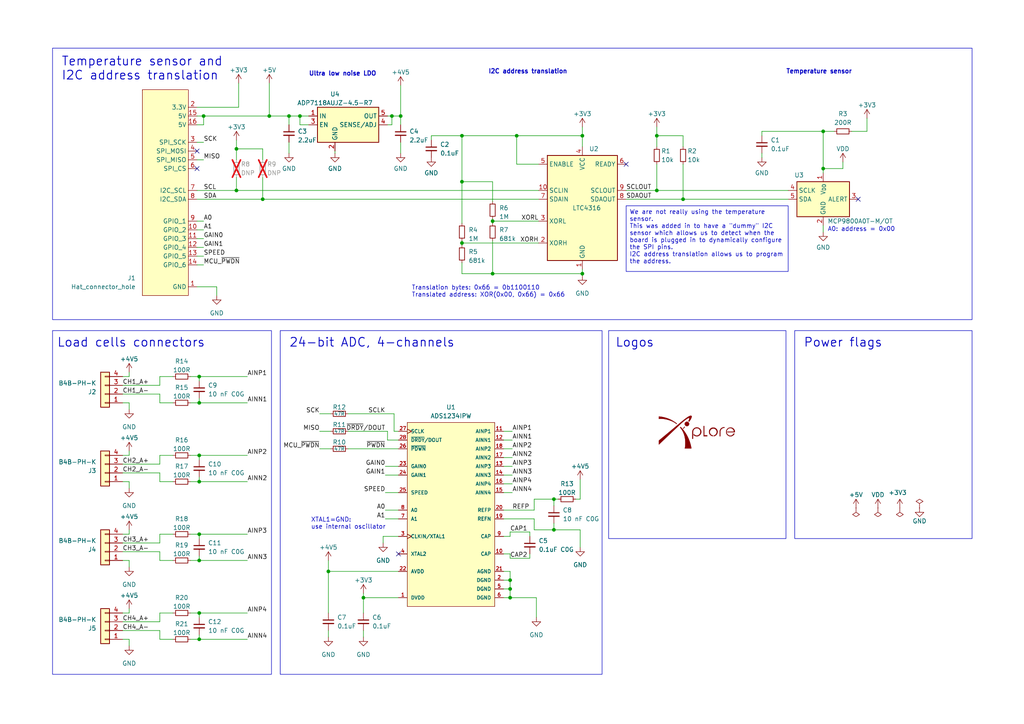
<source format=kicad_sch>
(kicad_sch (version 20230121) (generator eeschema)
  (paper "A4")
  (title_block (title "ADS1234 4-channel Load Cell Hat") (date "2023-07-15") (rev "2") (company "EPFL Xplore") (comment 4 "Author: Vincent Nguyen"))
  (lib_symbols
    (symbol "0_adc:ADS1234IPW" (pin_names (offset 1.016))
      (property "Reference" "U" (at 0 5.08 0))
      (property "Value" "ADS1234IPW" (at 0 7.62 0))
      (symbol "ADS1234IPW_1_1"
        (pin power_in line (at 2.54 -48.26 0) (length 2.54) (name "DVDD") (number "1"))
        (pin passive line (at 33.02 -35.56 180) (length 2.54) (name "CAP") (number "10"))
        (pin input line (at 33.02 0 180) (length 2.54) (name "AINP1") (number "11"))
        (pin input line (at 33.02 -2.54 180) (length 2.54) (name "AINN1") (number "12"))
        (pin input line (at 33.02 -10.16 180) (length 2.54) (name "AINP3") (number "13"))
        (pin input line (at 33.02 -12.7 180) (length 2.54) (name "AINN3") (number "14"))
        (pin input line (at 33.02 -17.78 180) (length 2.54) (name "AINN4") (number "15"))
        (pin input line (at 33.02 -15.24 180) (length 2.54) (name "AINP4") (number "16"))
        (pin input line (at 33.02 -7.62 180) (length 2.54) (name "AINN2") (number "17"))
        (pin input line (at 33.02 -5.08 180) (length 2.54) (name "AINP2") (number "18"))
        (pin input line (at 33.02 -25.4 180) (length 2.54) (name "REFN") (number "19"))
        (pin power_in line (at 33.02 -43.18 180) (length 2.54) (name "DGND") (number "2"))
        (pin input line (at 33.02 -22.86 180) (length 2.54) (name "REFP") (number "20"))
        (pin power_in line (at 33.02 -40.64 180) (length 2.54) (name "AGND") (number "21"))
        (pin power_in line (at 2.54 -40.64 0) (length 2.54) (name "AVDD") (number "22"))
        (pin input line (at 2.54 -10.16 0) (length 2.54) (name "GAIN0") (number "23"))
        (pin input line (at 2.54 -12.7 0) (length 2.54) (name "GAIN1") (number "24"))
        (pin input line (at 2.54 -17.78 0) (length 2.54) (name "SPEED") (number "25"))
        (pin input line (at 2.54 -5.08 0) (length 2.54) (name "~{PDWN}") (number "26"))
        (pin input clock (at 2.54 0 0) (length 2.54) (name "SCLK") (number "27"))
        (pin output line (at 2.54 -2.54 0) (length 2.54) (name "~{DRDY}/DOUT") (number "28"))
        (pin input clock (at 2.54 -30.48 0) (length 2.54) (name "CLKIN/XTAL1") (number "3"))
        (pin passive line (at 2.54 -35.56 0) (length 2.54) (name "XTAL2") (number "4"))
        (pin power_in line (at 33.02 -45.72 180) (length 2.54) (name "DGND") (number "5"))
        (pin power_in line (at 33.02 -48.26 180) (length 2.54) (name "DGND") (number "6"))
        (pin input line (at 2.54 -25.4 0) (length 2.54) (name "A1") (number "7"))
        (pin input line (at 2.54 -22.86 0) (length 2.54) (name "A0") (number "8"))
        (pin passive line (at 33.02 -30.48 180) (length 2.54) (name "CAP") (number "9"))
      )
    )
    (symbol "0_connectors:Hat_connector_hole"
      (property "Reference" "J" (at 0 0 0))
      (property "Value" "Hat_connector_hole" (at 0 0 0))
      (symbol "Hat_connector_hole_0_0"
        (pin power_in line (at -8.89 -22.86 0) (length 2.54) (name "GND") (number "1"))
        (pin bidirectional line (at -8.89 -6.35 0) (length 2.54) (name "GPIO_2") (number "10"))
        (pin bidirectional line (at -8.89 -8.89 0) (length 2.54) (name "GPIO_3") (number "11"))
        (pin bidirectional line (at -8.89 -11.43 0) (length 2.54) (name "GPIO_4") (number "12"))
        (pin bidirectional line (at -8.89 -13.97 0) (length 2.54) (name "GPIO_5") (number "13"))
        (pin bidirectional line (at -8.89 -16.51 0) (length 2.54) (name "GPIO_6") (number "14"))
        (pin power_in line (at -8.89 26.67 0) (length 2.54) (name "5V") (number "15"))
        (pin power_in line (at -8.89 24.13 0) (length 2.54) (name "5V") (number "16"))
        (pin power_in line (at -8.89 29.21 0) (length 2.54) (name "3.3V") (number "2"))
        (pin output line (at -8.89 19.05 0) (length 2.54) (name "SPI_SCK") (number "3"))
        (pin output line (at -8.89 16.51 0) (length 2.54) (name "SPI_MOSI") (number "4"))
        (pin input line (at -8.89 13.97 0) (length 2.54) (name "SPI_MISO") (number "5"))
        (pin output line (at -8.89 11.43 0) (length 2.54) (name "SPI_CS") (number "6"))
        (pin output line (at -8.89 5.08 0) (length 2.54) (name "I2C_SCL") (number "7"))
        (pin bidirectional line (at -8.89 2.54 0) (length 2.54) (name "I2C_SDA") (number "8"))
        (pin bidirectional line (at -8.89 -3.81 0) (length 2.54) (name "GPIO_1") (number "9"))
      )
    )
    (symbol "0_graphic:Xplore_Logo" (pin_numbers hide) (pin_names (offset 0) hide) (in_bom no))
    (symbol "0_interface_expansion:LTC4316"
      (property "Reference" "U" (at 1.27 0 0))
      (symbol "LTC4316_1_1"
        (pin power_in line (at 0 -17.78 90) (length 2.54) (name "GND") (number "1"))
        (pin input line (at -12.7 5.08 0) (length 2.54) (name "SCLIN") (number "10"))
        (pin input line (at -12.7 -10.16 0) (length 2.54) (name "XORH") (number "2"))
        (pin input line (at -12.7 -3.81 0) (length 2.54) (name "XORL") (number "3"))
        (pin power_in line (at 0 17.78 270) (length 2.54) (name "VCC") (number "4"))
        (pin input line (at -12.7 12.7 0) (length 2.54) (name "ENABLE") (number "5"))
        (pin open_collector line (at 12.7 12.7 180) (length 2.54) (name "READY") (number "6"))
        (pin bidirectional line (at -12.7 2.54 0) (length 2.54) (name "SDAIN") (number "7"))
        (pin bidirectional line (at 12.7 2.54 180) (length 2.54) (name "SDAOUT") (number "8"))
        (pin output line (at 12.7 5.08 180) (length 2.54) (name "SCLOUT") (number "9"))
      )
    )
    (symbol "0_power_symbols:+4V5" (power) (pin_numbers hide) (in_bom no) (on_board no)
      (property "Value" "+4V5" (at 0 3.81 0))
      (symbol "+4V5_1_1"
        (pin power_in line (at 0 0 90) (length 0) hide (name "+4V5") (number "1"))
      )
    )
    (symbol "0_regulator_linear:ADP7118AUJZ-4.5-R7"
      (property "Reference" "U" (at -4.445 6.35 0))
      (property "Value" "ADP7118AUJZ-4.5-R7" (at 0 8.255 0))
      (symbol "ADP7118AUJZ-4.5-R7_0_1"
        (pin power_in line (at -7.62 2.54 0) (length 2.54) (name "IN") (number "1"))
        (pin power_in line (at 0 -7.62 90) (length 2.54) (name "GND") (number "2"))
        (pin input line (at -7.62 0 0) (length 2.54) (name "EN") (number "3"))
        (pin power_out line (at 15.24 2.54 180) (length 2.54) (name "OUT") (number "5"))
      )
      (symbol "ADP7118AUJZ-4.5-R7_1_1"
        (pin input line (at 15.24 0 180) (length 2.54) (name "SENSE/ADJ") (number "4"))
      )
    )
    (symbol "0_sensor_temperature:MCP9800Ax-xOT"
      (property "Reference" "U" (at -6.35 6.35 0))
      (property "Value" "MCP9800Ax-xOT" (at 8.89 6.35 0))
      (symbol "MCP9800Ax-xOT_1_1"
        (pin power_in line (at 0 7.62 270) (length 2.54) (name "V_{DD}") (number "1"))
        (pin power_in line (at 0 -7.62 90) (length 2.54) (name "GND") (number "2"))
        (pin output line (at 10.16 0 180) (length 2.54) (name "ALERT") (number "3"))
        (pin input line (at -10.16 2.54 0) (length 2.54) (name "SCLK") (number "4"))
        (pin bidirectional line (at -10.16 0 0) (length 2.54) (name "SDA") (number "5"))
      )
    )
    (symbol "Connector_Generic:Conn_01x04" (pin_names (offset 1.016) hide)
      (property "Reference" "J" (at 0 5.08 0))
      (property "Value" "Conn_01x04" (at 0 -7.62 0))
      (symbol "Conn_01x04_1_1"
        (pin passive line (at -5.08 2.54 0) (length 3.81) (name "Pin_1") (number "1"))
        (pin passive line (at -5.08 0 0) (length 3.81) (name "Pin_2") (number "2"))
        (pin passive line (at -5.08 -2.54 0) (length 3.81) (name "Pin_3") (number "3"))
        (pin passive line (at -5.08 -5.08 0) (length 3.81) (name "Pin_4") (number "4"))
      )
    )
    (symbol "Device:C_Small" (pin_numbers hide) (pin_names (offset 0.254) hide)
      (property "Reference" "C" (at 0.254 1.778 0))
      (property "Value" "C_Small" (at 0.254 -2.032 0))
      (symbol "C_Small_1_1"
        (pin passive line (at 0 2.54 270) (length 2.032) (name "~") (number "1"))
        (pin passive line (at 0 -2.54 90) (length 2.032) (name "~") (number "2"))
      )
    )
    (symbol "Device:R_Small" (pin_numbers hide) (pin_names (offset 0.254) hide)
      (property "Reference" "R" (at 0.762 0.508 0))
      (property "Value" "R_Small" (at 0.762 -1.016 0))
      (symbol "R_Small_1_1"
        (pin passive line (at 0 2.54 270) (length 0.762) (name "~") (number "1"))
        (pin passive line (at 0 -2.54 90) (length 0.762) (name "~") (number "2"))
      )
    )
    (symbol "power:+3V3" (power) (pin_names (offset 0))
      (property "Value" "+3V3" (at 0 3.556 0))
      (symbol "+3V3_1_1"
        (pin power_in line (at 0 0 90) (length 0) hide (name "+3V3") (number "1"))
      )
    )
    (symbol "power:+5V" (power) (pin_names (offset 0))
      (property "Value" "+5V" (at 0 3.556 0))
      (symbol "+5V_1_1"
        (pin power_in line (at 0 0 90) (length 0) hide (name "+5V") (number "1"))
      )
    )
    (symbol "power:GND" (power) (pin_names (offset 0))
      (property "Value" "GND" (at 0 -3.81 0))
      (symbol "GND_1_1"
        (pin power_in line (at 0 0 270) (length 0) hide (name "GND") (number "1"))
      )
    )
    (symbol "power:PWR_FLAG" (power) (pin_numbers hide) (pin_names (offset 0) hide)
      (property "Value" "PWR_FLAG" (at 0 3.81 0))
      (symbol "PWR_FLAG_0_0"
        (pin power_out line (at 0 0 90) (length 0) (name "pwr") (number "1"))
      )
    )
    (symbol "power:VDD" (power) (pin_names (offset 0))
      (property "Value" "VDD" (at 0 3.81 0))
      (symbol "VDD_1_1"
        (pin power_in line (at 0 0 90) (length 0) hide (name "VDD") (number "1"))
      )
    )
  )
  (junction (at 238.76 38.1))
  (junction (at 168.91 39.37))
  (junction (at 190.5 39.37))
  (junction (at 57.785 139.7))
  (junction (at 160.655 153.67))
  (junction (at 57.785 132.08))
  (junction (at 147.955 173.355))
  (junction (at 57.785 162.56))
  (junction (at 76.2 57.785))
  (junction (at 59.055 33.655))
  (junction (at 113.665 33.655))
  (junction (at 83.82 33.655))
  (junction (at 190.5 55.245))
  (junction (at 147.955 170.815))
  (junction (at 133.985 39.37))
  (junction (at 149.86 39.37))
  (junction (at 95.25 165.735))
  (junction (at 78.105 33.655))
  (junction (at 68.58 43.18))
  (junction (at 142.875 64.135))
  (junction (at 57.785 116.84))
  (junction (at 57.785 177.8))
  (junction (at 57.785 154.94))
  (junction (at 86.995 33.655))
  (junction (at 116.205 33.655))
  (junction (at 160.655 144.78))
  (junction (at 68.58 55.245))
  (junction (at 147.955 168.275))
  (junction (at 105.41 173.355))
  (junction (at 198.12 57.785))
  (junction (at 57.785 109.22))
  (junction (at 168.91 79.375))
  (junction (at 238.76 48.895))
  (junction (at 142.875 79.375))
  (junction (at 57.785 185.42))
  (junction (at 133.985 70.485))
  (junction (at 133.985 52.705))
  (no_connect (at 115.57 160.655))
  (no_connect (at 181.61 47.625))
  (no_connect (at 57.15 48.895))
  (no_connect (at 248.92 57.785))
  (no_connect (at 57.15 43.815))
  (wire (pts (xy 59.055 36.195) (xy 59.055 33.655)))
  (wire (pts (xy 57.15 57.785) (xy 76.2 57.785)))
  (wire (pts (xy 89.535 36.195) (xy 86.995 36.195)))
  (wire (pts (xy 112.395 125.095) (xy 100.965 125.095)))
  (wire (pts (xy 83.82 33.655) (xy 86.995 33.655)))
  (wire (pts (xy 115.57 127.635) (xy 112.395 127.635)))
  (wire (pts (xy 147.955 173.355) (xy 155.575 173.355)))
  (wire (pts (xy 62.865 85.725) (xy 62.865 83.185)))
  (wire (pts (xy 86.995 36.195) (xy 86.995 33.655)))
  (wire (pts (xy 68.58 55.245) (xy 156.21 55.245)))
  (wire (pts (xy 113.665 33.655) (xy 116.205 33.655)))
  (wire (pts (xy 161.925 144.78) (xy 160.655 144.78)))
  (wire (pts (xy 46.355 132.08) (xy 50.165 132.08)))
  (wire (pts (xy 125.095 39.37) (xy 133.985 39.37)))
  (wire (pts (xy 105.41 173.355) (xy 105.41 177.8)))
  (wire (pts (xy 154.94 147.955) (xy 154.94 144.78)))
  (wire (pts (xy 78.105 33.655) (xy 83.82 33.655)))
  (wire (pts (xy 86.995 33.655) (xy 89.535 33.655)))
  (wire (pts (xy 55.245 116.84) (xy 57.785 116.84)))
  (wire (pts (xy 68.58 43.18) (xy 76.2 43.18)))
  (wire (pts (xy 59.055 41.275) (xy 57.15 41.275)))
  (wire (pts (xy 105.41 184.785) (xy 105.41 182.88)))
  (wire (pts (xy 37.465 109.22) (xy 35.56 109.22)))
  (wire (pts (xy 153.67 154.305) (xy 153.67 155.575)))
  (wire (pts (xy 59.055 69.215) (xy 57.15 69.215)))
  (wire (pts (xy 46.355 182.88) (xy 46.355 185.42)))
  (wire (pts (xy 57.785 185.42) (xy 71.755 185.42)))
  (wire (pts (xy 168.91 79.375) (xy 168.91 78.105)))
  (wire (pts (xy 149.86 47.625) (xy 156.21 47.625)))
  (wire (pts (xy 55.245 185.42) (xy 57.785 185.42)))
  (wire (pts (xy 57.15 55.245) (xy 68.58 55.245)))
  (wire (pts (xy 148.59 137.795) (xy 146.05 137.795)))
  (wire (pts (xy 168.91 80.01) (xy 168.91 79.375)))
  (wire (pts (xy 46.355 182.88) (xy 35.56 182.88)))
  (wire (pts (xy 68.58 43.18) (xy 68.58 46.355)))
  (wire (pts (xy 57.785 162.56) (xy 57.785 161.29)))
  (wire (pts (xy 59.055 33.655) (xy 78.105 33.655)))
  (wire (pts (xy 37.465 154.94) (xy 35.56 154.94)))
  (wire (pts (xy 59.055 74.295) (xy 57.15 74.295)))
  (wire (pts (xy 133.985 70.485) (xy 133.985 71.12)))
  (wire (pts (xy 105.41 173.355) (xy 115.57 173.355)))
  (wire (pts (xy 146.05 170.815) (xy 147.955 170.815)))
  (wire (pts (xy 57.785 156.21) (xy 57.785 154.94)))
  (wire (pts (xy 46.355 134.62) (xy 46.355 132.08)))
  (wire (pts (xy 46.355 154.94) (xy 50.165 154.94)))
  (wire (pts (xy 238.76 67.31) (xy 238.76 65.405)))
  (wire (pts (xy 111.76 135.255) (xy 115.57 135.255)))
  (wire (pts (xy 112.395 127.635) (xy 112.395 125.095)))
  (wire (pts (xy 37.465 176.53) (xy 37.465 177.8)))
  (wire (pts (xy 46.355 160.02) (xy 35.56 160.02)))
  (wire (pts (xy 57.785 116.84) (xy 71.755 116.84)))
  (wire (pts (xy 76.2 43.18) (xy 76.2 46.355)))
  (wire (pts (xy 112.395 33.655) (xy 113.665 33.655)))
  (wire (pts (xy 154.94 144.78) (xy 160.655 144.78)))
  (wire (pts (xy 76.2 51.435) (xy 76.2 57.785)))
  (wire (pts (xy 149.86 39.37) (xy 168.91 39.37)))
  (wire (pts (xy 153.67 161.925) (xy 153.67 160.655)))
  (wire (pts (xy 111.125 155.575) (xy 115.57 155.575)))
  (wire (pts (xy 57.785 109.22) (xy 71.755 109.22)))
  (wire (pts (xy 147.955 165.735) (xy 146.05 165.735)))
  (wire (pts (xy 244.475 48.895) (xy 238.76 48.895)))
  (wire (pts (xy 59.055 71.755) (xy 57.15 71.755)))
  (wire (pts (xy 146.05 147.955) (xy 154.94 147.955)))
  (wire (pts (xy 148.59 140.335) (xy 146.05 140.335)))
  (wire (pts (xy 92.71 130.175) (xy 95.885 130.175)))
  (wire (pts (xy 190.5 47.625) (xy 190.5 55.245)))
  (wire (pts (xy 46.355 137.16) (xy 46.355 139.7)))
  (wire (pts (xy 147.955 170.815) (xy 147.955 168.275)))
  (wire (pts (xy 148.59 125.095) (xy 146.05 125.095)))
  (wire (pts (xy 46.355 109.22) (xy 50.165 109.22)))
  (wire (pts (xy 46.355 139.7) (xy 50.165 139.7)))
  (wire (pts (xy 142.875 79.375) (xy 133.985 79.375)))
  (wire (pts (xy 37.465 187.325) (xy 37.465 185.42)))
  (wire (pts (xy 133.985 69.85) (xy 133.985 70.485)))
  (wire (pts (xy 92.71 125.095) (xy 95.885 125.095)))
  (wire (pts (xy 181.61 57.785) (xy 198.12 57.785)))
  (wire (pts (xy 198.12 47.625) (xy 198.12 57.785)))
  (wire (pts (xy 190.5 39.37) (xy 198.12 39.37)))
  (wire (pts (xy 37.465 107.95) (xy 37.465 109.22)))
  (wire (pts (xy 198.12 39.37) (xy 198.12 42.545)))
  (wire (pts (xy 46.355 134.62) (xy 35.56 134.62)))
  (wire (pts (xy 160.655 151.765) (xy 160.655 153.67)))
  (wire (pts (xy 114.3 120.015) (xy 100.965 120.015)))
  (wire (pts (xy 147.955 168.275) (xy 147.955 165.735)))
  (wire (pts (xy 125.095 39.37) (xy 125.095 40.64)))
  (wire (pts (xy 146.05 155.575) (xy 147.955 155.575)))
  (wire (pts (xy 57.785 109.22) (xy 55.245 109.22)))
  (wire (pts (xy 57.785 139.7) (xy 71.755 139.7)))
  (wire (pts (xy 95.25 165.735) (xy 115.57 165.735)))
  (wire (pts (xy 142.875 64.135) (xy 142.875 64.77)))
  (wire (pts (xy 147.955 173.355) (xy 147.955 170.815)))
  (wire (pts (xy 148.59 127.635) (xy 146.05 127.635)))
  (wire (pts (xy 147.955 160.655) (xy 147.955 161.925)))
  (wire (pts (xy 146.05 160.655) (xy 147.955 160.655)))
  (wire (pts (xy 92.71 120.015) (xy 95.885 120.015)))
  (wire (pts (xy 46.355 111.76) (xy 46.355 109.22)))
  (wire (pts (xy 46.355 180.34) (xy 46.355 177.8)))
  (wire (pts (xy 116.205 33.655) (xy 116.205 36.195)))
  (wire (pts (xy 142.875 64.135) (xy 156.21 64.135)))
  (wire (pts (xy 95.25 165.735) (xy 95.25 177.8)))
  (wire (pts (xy 133.985 64.77) (xy 133.985 52.705)))
  (wire (pts (xy 111.76 150.495) (xy 115.57 150.495)))
  (wire (pts (xy 142.875 63.5) (xy 142.875 64.135)))
  (wire (pts (xy 116.205 44.45) (xy 116.205 41.275)))
  (wire (pts (xy 57.785 154.94) (xy 55.245 154.94)))
  (wire (pts (xy 146.05 168.275) (xy 147.955 168.275)))
  (wire (pts (xy 46.355 162.56) (xy 50.165 162.56)))
  (wire (pts (xy 57.785 116.84) (xy 57.785 115.57)))
  (wire (pts (xy 148.59 132.715) (xy 146.05 132.715)))
  (wire (pts (xy 59.055 76.835) (xy 57.15 76.835)))
  (wire (pts (xy 168.275 139.065) (xy 168.275 144.78)))
  (wire (pts (xy 46.355 116.84) (xy 50.165 116.84)))
  (wire (pts (xy 251.46 38.1) (xy 247.015 38.1)))
  (wire (pts (xy 100.965 130.175) (xy 115.57 130.175)))
  (wire (pts (xy 46.355 157.48) (xy 46.355 154.94)))
  (wire (pts (xy 37.465 130.81) (xy 37.465 132.08)))
  (wire (pts (xy 95.25 184.785) (xy 95.25 182.88)))
  (wire (pts (xy 133.985 39.37) (xy 133.985 52.705)))
  (wire (pts (xy 59.055 33.655) (xy 57.15 33.655)))
  (wire (pts (xy 146.05 173.355) (xy 147.955 173.355)))
  (wire (pts (xy 46.355 114.3) (xy 46.355 116.84)))
  (wire (pts (xy 57.785 133.35) (xy 57.785 132.08)))
  (wire (pts (xy 78.105 24.13) (xy 78.105 33.655)))
  (wire (pts (xy 37.465 177.8) (xy 35.56 177.8)))
  (wire (pts (xy 55.245 139.7) (xy 57.785 139.7)))
  (wire (pts (xy 142.875 69.85) (xy 142.875 79.375)))
  (wire (pts (xy 238.76 38.1) (xy 238.76 48.895)))
  (wire (pts (xy 57.15 36.195) (xy 59.055 36.195)))
  (wire (pts (xy 83.82 33.655) (xy 83.82 36.195)))
  (wire (pts (xy 111.125 157.48) (xy 111.125 155.575)))
  (wire (pts (xy 111.76 147.955) (xy 115.57 147.955)))
  (wire (pts (xy 37.465 141.605) (xy 37.465 139.7)))
  (wire (pts (xy 105.41 172.085) (xy 105.41 173.355)))
  (wire (pts (xy 37.465 162.56) (xy 35.56 162.56)))
  (wire (pts (xy 68.58 51.435) (xy 68.58 55.245)))
  (wire (pts (xy 133.985 39.37) (xy 149.86 39.37)))
  (wire (pts (xy 168.275 153.67) (xy 160.655 153.67)))
  (wire (pts (xy 59.055 66.675) (xy 57.15 66.675)))
  (wire (pts (xy 181.61 55.245) (xy 190.5 55.245)))
  (wire (pts (xy 238.76 38.1) (xy 241.935 38.1)))
  (wire (pts (xy 37.465 153.67) (xy 37.465 154.94)))
  (wire (pts (xy 59.055 46.355) (xy 57.15 46.355)))
  (wire (pts (xy 154.94 153.67) (xy 160.655 153.67)))
  (wire (pts (xy 220.98 38.1) (xy 238.76 38.1)))
  (wire (pts (xy 57.785 139.7) (xy 57.785 138.43)))
  (wire (pts (xy 148.59 142.875) (xy 146.05 142.875)))
  (wire (pts (xy 37.465 164.465) (xy 37.465 162.56)))
  (wire (pts (xy 148.59 135.255) (xy 146.05 135.255)))
  (wire (pts (xy 238.76 48.895) (xy 238.76 50.165)))
  (wire (pts (xy 133.985 52.705) (xy 142.875 52.705)))
  (wire (pts (xy 37.465 116.84) (xy 35.56 116.84)))
  (wire (pts (xy 112.395 36.195) (xy 113.665 36.195)))
  (wire (pts (xy 146.05 150.495) (xy 154.94 150.495)))
  (wire (pts (xy 46.355 180.34) (xy 35.56 180.34)))
  (wire (pts (xy 57.785 132.08) (xy 71.755 132.08)))
  (wire (pts (xy 97.155 44.45) (xy 97.155 43.815)))
  (wire (pts (xy 149.86 39.37) (xy 149.86 47.625)))
  (wire (pts (xy 68.58 43.18) (xy 68.58 40.64)))
  (wire (pts (xy 46.355 185.42) (xy 50.165 185.42)))
  (wire (pts (xy 111.76 137.795) (xy 115.57 137.795)))
  (wire (pts (xy 69.215 24.13) (xy 69.215 31.115)))
  (wire (pts (xy 111.76 142.875) (xy 115.57 142.875)))
  (wire (pts (xy 59.055 64.135) (xy 57.15 64.135)))
  (wire (pts (xy 37.465 139.7) (xy 35.56 139.7)))
  (wire (pts (xy 244.475 46.99) (xy 244.475 48.895)))
  (wire (pts (xy 155.575 173.355) (xy 155.575 179.07)))
  (wire (pts (xy 228.6 57.785) (xy 198.12 57.785)))
  (wire (pts (xy 46.355 157.48) (xy 35.56 157.48)))
  (wire (pts (xy 46.355 111.76) (xy 35.56 111.76)))
  (wire (pts (xy 142.875 79.375) (xy 168.91 79.375)))
  (wire (pts (xy 190.5 39.37) (xy 190.5 36.83)))
  (wire (pts (xy 147.955 155.575) (xy 147.955 154.305)))
  (wire (pts (xy 113.665 36.195) (xy 113.665 33.655)))
  (wire (pts (xy 57.785 154.94) (xy 71.755 154.94)))
  (wire (pts (xy 190.5 39.37) (xy 190.5 42.545)))
  (wire (pts (xy 147.955 161.925) (xy 153.67 161.925)))
  (wire (pts (xy 46.355 137.16) (xy 35.56 137.16)))
  (wire (pts (xy 148.59 130.175) (xy 146.05 130.175)))
  (wire (pts (xy 168.91 39.37) (xy 168.91 42.545)))
  (wire (pts (xy 133.985 79.375) (xy 133.985 76.2)))
  (wire (pts (xy 115.57 125.095) (xy 114.3 125.095)))
  (wire (pts (xy 46.355 114.3) (xy 35.56 114.3)))
  (wire (pts (xy 133.985 70.485) (xy 156.21 70.485)))
  (wire (pts (xy 116.205 24.765) (xy 116.205 33.655)))
  (wire (pts (xy 62.865 83.185) (xy 57.15 83.185)))
  (wire (pts (xy 251.46 34.29) (xy 251.46 38.1)))
  (wire (pts (xy 37.465 185.42) (xy 35.56 185.42)))
  (wire (pts (xy 168.91 36.83) (xy 168.91 39.37)))
  (wire (pts (xy 83.82 44.45) (xy 83.82 41.275)))
  (wire (pts (xy 114.3 125.095) (xy 114.3 120.015)))
  (wire (pts (xy 160.655 146.685) (xy 160.655 144.78)))
  (wire (pts (xy 142.875 58.42) (xy 142.875 52.705)))
  (wire (pts (xy 220.98 38.1) (xy 220.98 39.37)))
  (wire (pts (xy 95.25 162.56) (xy 95.25 165.735)))
  (wire (pts (xy 37.465 132.08) (xy 35.56 132.08)))
  (wire (pts (xy 57.785 179.07) (xy 57.785 177.8)))
  (wire (pts (xy 168.275 153.67) (xy 168.275 158.75)))
  (wire (pts (xy 46.355 177.8) (xy 50.165 177.8)))
  (wire (pts (xy 57.785 110.49) (xy 57.785 109.22)))
  (wire (pts (xy 57.785 177.8) (xy 71.755 177.8)))
  (wire (pts (xy 154.94 150.495) (xy 154.94 153.67)))
  (wire (pts (xy 57.785 185.42) (xy 57.785 184.15)))
  (wire (pts (xy 69.215 31.115) (xy 57.15 31.115)))
  (wire (pts (xy 147.955 154.305) (xy 153.67 154.305)))
  (wire (pts (xy 55.245 162.56) (xy 57.785 162.56)))
  (wire (pts (xy 167.005 144.78) (xy 168.275 144.78)))
  (wire (pts (xy 37.465 118.745) (xy 37.465 116.84)))
  (wire (pts (xy 76.2 57.785) (xy 156.21 57.785)))
  (wire (pts (xy 57.785 132.08) (xy 55.245 132.08)))
  (wire (pts (xy 220.98 45.72) (xy 220.98 44.45)))
  (wire (pts (xy 46.355 160.02) (xy 46.355 162.56)))
  (wire (pts (xy 57.785 162.56) (xy 71.755 162.56)))
  (wire (pts (xy 57.785 177.8) (xy 55.245 177.8)))
  (wire (pts (xy 228.6 55.245) (xy 190.5 55.245)))
  (rectangle (start 15.24 95.885) (end 78.74 195.58))
  (rectangle (start 81.28 95.885) (end 174.625 195.58))
  (text_box "" (at 230.505 95.885 0) (size 51.435 60.325) (effects (font (size 1.27 1.27) bold) (justify left top)))
  (text_box "" (at 15.24 13.97 0) (size 266.7 78.74) (effects (font (size 1.27 1.27) bold) (justify left top)))
  (text_box "" (at 176.53 95.885 0) (size 51.435 60.325) (effects (font (size 1.27 1.27) bold) (justify left top)))
  (text_box "We are not really using the temperature sensor.\nThis was added in to have a \"dummy\" I2C sensor which allows us to detect when the board is plugged in to dynamically configure the SPI pins.\nI2C address translation allows us to program the address." (at 181.61 59.69 0) (size 46.99 19.05) (effects (font (size 1.27 1.27)) (justify left top)))
  (text "Temperature sensor and \nI2C address translation" (at 17.78 23.495 0) (effects (font (size 2.54 2.54) (thickness 0.254) bold) (justify left bottom)))
  (text "24-bit ADC, 4-channels" (at 83.82 100.965 0) (effects (font (size 2.54 2.54) (thickness 0.254) bold) (justify left bottom)))
  (text "Power flags" (at 233.045 100.965 0) (effects (font (size 2.54 2.54) (thickness 0.254) bold) (justify left bottom)))
  (text "Translation bytes: 0x66 = 0b1100110\nTranslated address: XOR(0x00, 0x66) = 0x66" (at 119.38 86.36 0) (effects (font (size 1.27 1.27)) (justify left bottom)))
  (text "I2C address translation" (at 141.605 21.59 0) (effects (font (size 1.27 1.27) bold) (justify left bottom)))
  (text "Load cells connectors" (at 16.51 100.965 0) (effects (font (size 2.54 2.54) (thickness 0.254) bold) (justify left bottom)))
  (text "XTAL1=GND: \nuse internal oscillator" (at 90.17 153.67 0) (effects (font (size 1.27 1.27)) (justify left bottom)))
  (text "A0: address = 0x00" (at 240.03 67.31 0) (effects (font (size 1.27 1.27)) (justify left bottom)))
  (text "Temperature sensor" (at 227.965 21.59 0) (effects (font (size 1.27 1.27) bold) (justify left bottom)))
  (text "Ultra low noise LDO" (at 89.535 22.225 0) (effects (font (size 1.27 1.27) bold) (justify left bottom)))
  (text "Logos" (at 178.435 100.965 0) (effects (font (size 2.54 2.54) (thickness 0.254) bold) (justify left bottom)))
  (label "CH1_A+" (at 35.56 111.76 0))
  (label "AINN2" (at 148.59 132.715 0))
  (label "SCK" (at 92.71 120.015 180))
  (label "SCLOUT" (at 181.61 55.245 0))
  (label "CH2_A+" (at 35.56 134.62 0))
  (label "AINP1" (at 71.755 109.22 0))
  (label "SCK" (at 59.055 41.275 0))
  (label "CH4_A-" (at 35.56 182.88 0))
  (label "SPEED" (at 111.76 142.875 180))
  (label "CH1_A-" (at 35.56 114.3 0))
  (label "GAIN0" (at 111.76 135.255 180))
  (label "AINN1" (at 71.755 116.84 0))
  (label "A1" (at 111.76 150.495 180))
  (label "CH2_A-" (at 35.56 137.16 0))
  (label "CAP2" (at 147.955 161.925 0))
  (label "A0" (at 111.76 147.955 180))
  (label "AINN4" (at 148.59 142.875 0))
  (label "AINN4" (at 71.755 185.42 0))
  (label "MISO" (at 59.055 46.355 0))
  (label "AINP2" (at 71.755 132.08 0))
  (label "A1" (at 59.055 66.675 0))
  (label "AINP4" (at 148.59 140.335 0))
  (label "MISO" (at 92.71 125.095 180))
  (label "AINN1" (at 148.59 127.635 0))
  (label "XORH" (at 156.21 70.485 180))
  (label "SCL" (at 59.055 55.245 0))
  (label "AINN3" (at 148.59 137.795 0))
  (label "SCLK" (at 111.76 120.015 180))
  (label "MCU_~{PWDN}" (at 59.055 76.835 0))
  (label "AINN2" (at 71.755 139.7 0))
  (label "~{DRDY}{slash}DOUT" (at 111.76 125.095 180))
  (label "SPEED" (at 59.055 74.295 0))
  (label "AINP3" (at 148.59 135.255 0))
  (label "REFP" (at 148.59 147.955 0))
  (label "A0" (at 59.055 64.135 0))
  (label "SDA" (at 59.055 57.785 0))
  (label "AINP4" (at 71.755 177.8 0))
  (label "GAIN1" (at 111.76 137.795 180))
  (label "AINN3" (at 71.755 162.56 0))
  (label "AINP3" (at 71.755 154.94 0))
  (label "CH4_A+" (at 35.56 180.34 0))
  (label "GAIN1" (at 59.055 71.755 0))
  (label "SDAOUT" (at 181.61 57.785 0))
  (label "AINP2" (at 148.59 130.175 0))
  (label "AINP1" (at 148.59 125.095 0))
  (label "MCU_~{PWDN}" (at 92.71 130.175 180))
  (label "GAIN0" (at 59.055 69.215 0))
  (label "CAP1" (at 147.955 154.305 0))
  (label "CH3_A-" (at 35.56 160.02 0))
  (label "~{PWDN}" (at 111.76 130.175 180))
  (label "XORL" (at 156.21 64.135 180))
  (label "CH3_A+" (at 35.56 157.48 0))
  (symbol (lib_id "power:GND") (at 83.82 44.45 0) (mirror y) (unit 1)
    (property "Reference" "#PWR012" (effects hide))
    (property "Value" "GND" (at 83.82 48.895 0))
  )
  (symbol (lib_id "power:GND") (at 238.76 67.31 0) (unit 1)
    (property "Reference" "#PWR02" (effects hide))
    (property "Value" "GND" (at 238.76 71.755 0))
  )
  (symbol (lib_id "Device:C_Small") (at 160.655 149.225 0) (unit 1)
    (property "Reference" "C8" (at 163.195 147.955 0) (effects (justify left)))
    (property "Value" "10 nF C0G" (at 163.2347 150.5013 0) (effects (justify left)))
    (property "Footprint" "Capacitor_SMD:C_0603_1608Metric" (effects hide))
    (property "Datasheet" "https://product.tdk.com/system/files/dam/doc/product/capacitor/ceramic/mlcc/catalog/mlcc_commercial_general_en.pdf" (effects hide))
    (property "Manufacturer ref" "C1608C0G1H103J080AA" (effects hide))
    (property "Digikey ref" "445-7404-1-ND" (effects hide))
  )
  (symbol (lib_id "0_power_symbols:+4V5") (at 37.465 130.81 0) (unit 1) (in_bom no) (on_board no)
    (property "Reference" "#PWR025" (effects hide))
    (property "Value" "+4V5" (at 37.465 127 0))
  )
  (symbol (lib_id "power:VDD") (at 244.475 46.99 0) (unit 1)
    (property "Reference" "#PWR06" (effects hide))
    (property "Value" "VDD" (at 244.475 43.18 0))
  )
  (symbol (lib_id "power:PWR_FLAG") (at 266.7 147.32 0) (unit 1)
    (property "Reference" "#FLG02" (effects hide))
    (property "Value" "PWR_FLAG" (effects hide))
  )
  (symbol (lib_id "Device:C_Small") (at 57.785 113.03 0) (unit 1)
    (property "Reference" "C9" (at 60.325 111.76 0) (effects (justify left)))
    (property "Value" "10 nF C0G" (at 60.3647 114.3063 0) (effects (justify left)))
    (property "Footprint" "Capacitor_SMD:C_0603_1608Metric" (effects hide))
    (property "Datasheet" "https://product.tdk.com/system/files/dam/doc/product/capacitor/ceramic/mlcc/catalog/mlcc_commercial_general_en.pdf" (effects hide))
    (property "Manufacturer ref" "C1608C0G1H103J080AA" (effects hide))
    (property "Digikey ref" "445-7404-1-ND" (effects hide))
  )
  (symbol (lib_id "power:GND") (at 37.465 118.745 0) (mirror y) (unit 1)
    (property "Reference" "#PWR024" (effects hide))
    (property "Value" "GND" (at 37.465 123.825 0))
  )
  (symbol (lib_id "Device:R_Small") (at 98.425 120.015 90) (unit 1)
    (property "Reference" "R12" (at 98.425 118.11 90))
    (property "Value" "47R" (at 98.425 120.015 90) (effects (font (size 1.016 1.016))))
    (property "Footprint" "Resistor_SMD:R_0603_1608Metric" (effects hide))
    (property "Datasheet" "https://www.seielect.com/Catalog/SEI-RMCF_RMCP.pdf" (effects hide))
    (property "Digikey ref" "RMCF0603FT47R0CT-ND" (effects hide))
    (property "Manufacturer ref" "RMCF0603FT47R0" (effects hide))
  )
  (symbol (lib_id "Device:R_Small") (at 52.705 132.08 270) (mirror x) (unit 1)
    (property "Reference" "R16" (at 52.705 127.635 90))
    (property "Value" "100R" (at 52.705 130.175 90))
    (property "Footprint" "Resistor_SMD:R_0603_1608Metric" (effects hide))
    (property "Datasheet" "https://www.seielect.com/Catalog/SEI-RMCF_RMCP.pdf" (effects hide))
    (property "Digikey ref" "RMCF0603FT100RCT-ND" (effects hide))
    (property "Manufacturer ref" "RMCF0603FT100R" (effects hide))
  )
  (symbol (lib_id "Device:R_Small") (at 52.705 185.42 270) (mirror x) (unit 1)
    (property "Reference" "R21" (at 52.705 180.975 90))
    (property "Value" "100R" (at 52.705 183.515 90))
    (property "Footprint" "Resistor_SMD:R_0603_1608Metric" (effects hide))
    (property "Datasheet" "https://www.seielect.com/Catalog/SEI-RMCF_RMCP.pdf" (effects hide))
    (property "Digikey ref" "RMCF0603FT100RCT-ND" (effects hide))
    (property "Manufacturer ref" "RMCF0603FT100R" (effects hide))
  )
  (symbol (lib_id "power:GND") (at 111.125 157.48 0) (unit 1)
    (property "Reference" "#PWR019" (effects hide))
    (property "Value" "GND" (at 111.125 162.56 0))
  )
  (symbol (lib_id "Device:R_Small") (at 133.985 67.31 0) (unit 1)
    (property "Reference" "R4" (at 135.89 66.675 0) (effects (justify left)))
    (property "Value" "1M" (at 135.89 69.215 0) (effects (justify left)))
    (property "Footprint" "Resistor_SMD:R_0603_1608Metric" (effects hide))
    (property "Datasheet" "https://www.te.com/usa-en/product-1622877-1.datasheet.pdf" (effects hide))
    (property "Digikey ref" "A121559CT-ND" (effects hide))
    (property "Manufacturer ref" "CRG0603F1M0" (effects hide))
  )
  (symbol (lib_id "power:GND") (at 37.465 187.325 0) (mirror y) (unit 1)
    (property "Reference" "#PWR030" (effects hide))
    (property "Value" "GND" (at 37.465 192.405 0))
  )
  (symbol (lib_id "Device:R_Small") (at 68.58 48.895 0) (unit 1) (dnp yes)
    (property "Reference" "R8" (at 69.85 47.625 0) (effects (justify left)))
    (property "Value" "DNP" (at 69.85 50.165 0) (effects (justify left)))
    (property "Footprint" "Resistor_SMD:R_0603_1608Metric" (effects hide))
  )
  (symbol (lib_id "Device:R_Small") (at 142.875 67.31 0) (unit 1)
    (property "Reference" "R7" (at 144.78 66.675 0) (effects (justify left)))
    (property "Value" "681k" (at 144.78 69.215 0) (effects (justify left)))
    (property "Footprint" "Resistor_SMD:R_0603_1608Metric" (effects hide))
    (property "Datasheet" "https://www.yageo.com/upload/media/product/productsearch/datasheet/rchip/PYu-RC_Group_51_RoHS_L_12.pdf" (effects hide))
    (property "Digikey ref" "311-681KHRCT-ND" (effects hide))
    (property "Manufacturer ref" "RC0603FR-07681KL" (effects hide))
  )
  (symbol (lib_id "Device:C_Small") (at 95.25 180.34 0) (unit 1)
    (property "Reference" "C7" (at 97.79 179.07 0) (effects (justify left)))
    (property "Value" "0.1uF" (at 97.8297 181.6163 0) (effects (justify left)))
    (property "Footprint" "Capacitor_SMD:C_0603_1608Metric" (effects hide))
    (property "Datasheet" "https://www.mouser.ch/datasheet/2/40/KGM_X7R-3223212.pdf" (effects hide))
    (property "Manufacturer ref" "06035C104JAT2A" (effects hide))
    (property "Digikey ref" "478-KGM15BR71H104JTCT-ND" (effects hide))
  )
  (symbol (lib_id "power:GND") (at 155.575 179.07 0) (unit 1)
    (property "Reference" "#PWR016" (effects hide))
    (property "Value" "GND" (at 155.575 184.15 0))
  )
  (symbol (lib_id "power:+3V3") (at 190.5 36.83 0) (unit 1)
    (property "Reference" "#PWR01" (effects hide))
    (property "Value" "+3V3" (at 190.5 33.02 0))
  )
  (symbol (lib_id "Device:C_Small") (at 153.67 158.115 0) (unit 1)
    (property "Reference" "C5" (at 156.21 156.845 0) (effects (justify left)))
    (property "Value" "0.1uF C0G" (at 156.2497 159.3913 0) (effects (justify left)))
    (property "Footprint" "Capacitor_SMD:C_1206_3216Metric" (effects hide))
    (property "Datasheet" "https://product.tdk.com/system/files/dam/doc/product/capacitor/ceramic/mlcc/catalog/mlcc_commercial_general_en.pdf" (effects hide))
    (property "Manufacturer ref" "C3216C0G1H104J160AA" (effects hide))
    (property "Digikey ref" "445-7694-1-ND" (effects hide))
  )
  (symbol (lib_id "Device:C_Small") (at 57.785 181.61 0) (unit 1)
    (property "Reference" "C12" (at 60.325 180.34 0) (effects (justify left)))
    (property "Value" "10 nF C0G" (at 60.3647 182.8863 0) (effects (justify left)))
    (property "Footprint" "Capacitor_SMD:C_0603_1608Metric" (effects hide))
    (property "Datasheet" "https://product.tdk.com/system/files/dam/doc/product/capacitor/ceramic/mlcc/catalog/mlcc_commercial_general_en.pdf" (effects hide))
    (property "Manufacturer ref" "C1608C0G1H103J080AA" (effects hide))
    (property "Digikey ref" "445-7404-1-ND" (effects hide))
  )
  (symbol (lib_id "0_power_symbols:+4V5") (at 95.25 162.56 0) (unit 1) (in_bom no) (on_board no)
    (property "Reference" "#PWR010" (effects hide))
    (property "Value" "+4V5" (at 95.25 158.75 0))
  )
  (symbol (lib_id "Device:C_Small") (at 57.785 158.75 0) (unit 1)
    (property "Reference" "C11" (at 60.325 157.48 0) (effects (justify left)))
    (property "Value" "10 nF C0G" (at 60.3647 160.0263 0) (effects (justify left)))
    (property "Footprint" "Capacitor_SMD:C_0603_1608Metric" (effects hide))
    (property "Datasheet" "https://product.tdk.com/system/files/dam/doc/product/capacitor/ceramic/mlcc/catalog/mlcc_commercial_general_en.pdf" (effects hide))
    (property "Manufacturer ref" "C1608C0G1H103J080AA" (effects hide))
    (property "Digikey ref" "445-7404-1-ND" (effects hide))
  )
  (symbol (lib_id "power:+5V") (at 78.105 24.13 0) (unit 1)
    (property "Reference" "#PWR035" (effects hide))
    (property "Value" "+5V" (at 78.105 20.32 0))
  )
  (symbol (lib_id "power:GND") (at 116.205 44.45 0) (mirror y) (unit 1)
    (property "Reference" "#PWR013" (effects hide))
    (property "Value" "GND" (at 116.205 48.895 0))
  )
  (symbol (lib_id "Device:R_Small") (at 244.475 38.1 90) (unit 1)
    (property "Reference" "R3" (at 244.475 33.02 90))
    (property "Value" "200R" (at 244.475 35.56 90))
    (property "Footprint" "Resistor_SMD:R_0603_1608Metric" (effects hide))
    (property "Datasheet" "https://fscdn.rohm.com/en/products/databook/datasheet/passive/resistor/chip_resistor/esr-e.pdf" (effects hide))
    (property "Digikey ref" "RHM200ADCT-ND" (effects hide))
    (property "Manufacturer ref" "ESR03EZPF2000" (effects hide))
  )
  (symbol (lib_id "0_power_symbols:+4V5") (at 37.465 153.67 0) (unit 1) (in_bom no) (on_board no)
    (property "Reference" "#PWR027" (effects hide))
    (property "Value" "+4V5" (at 37.465 149.86 0))
  )
  (symbol (lib_id "Device:C_Small") (at 116.205 38.735 0) (unit 1)
    (property "Reference" "C4" (at 118.745 38.1063 0) (effects (justify left)))
    (property "Value" "2.2uF" (at 118.745 40.6463 0) (effects (justify left)))
    (property "Footprint" "Capacitor_SMD:C_0603_1608Metric_Pad1.08x0.95mm_HandSolder" (effects hide))
    (property "Datasheet" "https://www.yuden.co.jp/productdata/catalog/mlcc06_e.pdf" (effects hide))
    (property "Digikey ref" "587-4320-1-ND" (effects hide))
    (property "Manufacturer ref" "UMK107BBJ225KA-T" (effects hide))
  )
  (symbol (lib_id "Connector_Generic:Conn_01x04") (at 30.48 114.3 180) (unit 1)
    (property "Reference" "J2" (at 27.94 113.665 0) (effects (justify left)))
    (property "Value" "B4B-PH-K" (at 27.94 111.125 0) (effects (justify left)))
    (property "Footprint" "Connector_JST:JST_PH_B4B-PH-K_1x04_P2.00mm_Vertical" (effects hide))
    (property "Datasheet" "https://www.jst-mfg.com/product/pdf/eng/ePH.pdf" (effects hide))
    (property "Manufacturer ref" "B4B-PH-K" (effects hide))
    (property "Digikey ref" "455-B4B-PH-K-ND" (effects hide))
  )
  (symbol (lib_id "power:GND") (at 125.095 45.72 0) (mirror y) (unit 1)
    (property "Reference" "#PWR07" (effects hide))
    (property "Value" "GND" (at 125.095 50.165 0))
  )
  (symbol (lib_id "0_interface_expansion:LTC4316") (at 168.91 60.325 0) (unit 1)
    (property "Reference" "U2" (at 170.8659 43.18 0) (effects (justify left)))
    (property "Value" "LTC4316" (at 170.18 60.325 0))
    (property "Footprint" "Package_SO:MSOP-10_3x3mm_P0.5mm" (effects hide))
    (property "Datasheet" "https://www.analog.com/media/en/technical-documentation/data-sheets/4316fa.pdf" (effects hide))
    (property "Digikey ref" "505-LTC4316IMS#PBF-ND" (effects hide))
    (property "Manufacturer ref" "LTC4316IMS#PBF" (effects hide))
  )
  (symbol (lib_id "power:GND") (at 266.7 147.32 0) (unit 1)
    (property "Reference" "#PWR032" (effects hide))
    (property "Value" "GND" (at 266.7 151.13 0))
  )
  (symbol (lib_id "Connector_Generic:Conn_01x04") (at 30.48 137.16 180) (unit 1)
    (property "Reference" "J3" (at 27.94 136.525 0) (effects (justify left)))
    (property "Value" "B4B-PH-K" (at 27.94 133.985 0) (effects (justify left)))
    (property "Footprint" "Connector_JST:JST_PH_B4B-PH-K_1x04_P2.00mm_Vertical" (effects hide))
    (property "Datasheet" "https://www.jst-mfg.com/product/pdf/eng/ePH.pdf" (effects hide))
    (property "Manufacturer ref" "B4B-PH-K" (effects hide))
    (property "Digikey ref" "455-B4B-PH-K-ND" (effects hide))
  )
  (symbol (lib_id "power:GND") (at 95.25 184.785 0) (unit 1)
    (property "Reference" "#PWR022" (effects hide))
    (property "Value" "GND" (at 95.25 189.865 0))
  )
  (symbol (lib_id "0_sensor_temperature:MCP9800Ax-xOT") (at 238.76 57.785 0) (unit 1)
    (property "Reference" "U3" (at 231.775 50.8 0))
    (property "Value" "MCP9800A0T-M/OT" (at 240.03 64.135 0) (effects (justify left)))
    (property "Footprint" "Package_TO_SOT_SMD:SOT-23-5" (effects hide))
    (property "Datasheet" "https://ww1.microchip.com/downloads/aemDocuments/documents/OTH/ProductDocuments/DataSheets/21909d.pdf" (effects hide))
    (property "Manufacturer ref" "MCP9800A0T-M/OT" (effects hide))
    (property "Digikey ref" "MCP9800A0T-M/OTCT-ND" (effects hide))
  )
  (symbol (lib_id "0_power_symbols:+4V5") (at 37.465 107.95 0) (unit 1) (in_bom no) (on_board no)
    (property "Reference" "#PWR023" (effects hide))
    (property "Value" "+4V5" (at 37.465 104.14 0))
  )
  (symbol (lib_id "Device:R_Small") (at 198.12 45.085 0) (unit 1)
    (property "Reference" "R2" (at 199.39 43.815 0) (effects (justify left)))
    (property "Value" "10k" (at 199.39 46.355 0) (effects (justify left)))
    (property "Footprint" "Resistor_SMD:R_0603_1608Metric" (effects hide))
    (property "Datasheet" "https://www.seielect.com/Catalog/SEI-RNCP.pdf" (effects hide))
    (property "Digikey ref" "RNCP0603FTD10K0CT-ND" (effects hide))
    (property "Manufacturer ref" "RNCP0603FTD10K0" (effects hide))
  )
  (symbol (lib_id "power:GND") (at 168.91 80.01 0) (unit 1)
    (property "Reference" "#PWR09" (effects hide))
    (property "Value" "GND" (at 168.91 85.09 0))
  )
  (symbol (lib_id "Device:R_Small") (at 98.425 130.175 90) (unit 1)
    (property "Reference" "R10" (at 98.425 128.27 90))
    (property "Value" "47R" (at 98.425 130.175 90) (effects (font (size 1.016 1.016))))
    (property "Footprint" "Resistor_SMD:R_0603_1608Metric" (effects hide))
    (property "Datasheet" "https://www.seielect.com/Catalog/SEI-RMCF_RMCP.pdf" (effects hide))
    (property "Digikey ref" "RMCF0603FT47R0CT-ND" (effects hide))
    (property "Manufacturer ref" "RMCF0603FT47R0" (effects hide))
  )
  (symbol (lib_id "0_power_symbols:+4V5") (at 116.205 24.765 0) (unit 1) (in_bom no) (on_board no)
    (property "Reference" "#PWR015" (effects hide))
    (property "Value" "+4V5" (at 116.205 20.955 0))
  )
  (symbol (lib_id "power:+3V3") (at 105.41 172.085 0) (unit 1)
    (property "Reference" "#PWR034" (effects hide))
    (property "Value" "+3V3" (at 105.41 168.275 0))
  )
  (symbol (lib_id "0_graphic:Xplore_Logo") (at 201.93 128.905 0) (unit 1) (in_bom no)
    (property "Reference" "G1" (effects hide))
    (property "Value" "Xplore_Logo" (effects hide))
    (property "Footprint" "0_graphic:Xplore_Logo_X_only_10mm" (effects hide))
  )
  (symbol (lib_id "Device:R_Small") (at 164.465 144.78 90) (unit 1)
    (property "Reference" "R13" (at 164.465 140.335 90))
    (property "Value" "100R" (at 164.465 142.875 90))
    (property "Footprint" "Resistor_SMD:R_0603_1608Metric" (effects hide))
    (property "Datasheet" "https://www.seielect.com/Catalog/SEI-RMCF_RMCP.pdf" (effects hide))
    (property "Digikey ref" "RMCF0603FT100RCT-ND" (effects hide))
    (property "Manufacturer ref" "RMCF0603FT100R" (effects hide))
  )
  (symbol (lib_id "Device:R_Small") (at 52.705 109.22 270) (mirror x) (unit 1)
    (property "Reference" "R14" (at 52.705 104.775 90))
    (property "Value" "100R" (at 52.705 107.315 90))
    (property "Footprint" "Resistor_SMD:R_0603_1608Metric" (effects hide))
    (property "Datasheet" "https://www.seielect.com/Catalog/SEI-RMCF_RMCP.pdf" (effects hide))
    (property "Digikey ref" "RMCF0603FT100RCT-ND" (effects hide))
    (property "Manufacturer ref" "RMCF0603FT100R" (effects hide))
  )
  (symbol (lib_id "Device:R_Small") (at 52.705 162.56 270) (mirror x) (unit 1)
    (property "Reference" "R19" (at 52.705 158.115 90))
    (property "Value" "100R" (at 52.705 160.655 90))
    (property "Footprint" "Resistor_SMD:R_0603_1608Metric" (effects hide))
    (property "Datasheet" "https://www.seielect.com/Catalog/SEI-RMCF_RMCP.pdf" (effects hide))
    (property "Digikey ref" "RMCF0603FT100RCT-ND" (effects hide))
    (property "Manufacturer ref" "RMCF0603FT100R" (effects hide))
  )
  (symbol (lib_id "0_adc:ADS1234IPW") (at 113.03 125.095 0) (unit 1)
    (property "Reference" "U1" (at 130.81 118.11 0))
    (property "Value" "ADS1234IPW" (at 130.81 120.65 0))
    (property "Footprint" "0_adc:ADS1234" (effects hide))
    (property "Datasheet" "https://www.ti.com/general/docs/suppproductinfo.tsp?distId=10&gotoUrl=https%3A%2F%2Fwww.ti.com%2Flit%2Fgpn%2Fads1232" (effects hide))
    (property "Digikey ref" "296-18673-5-ND" (effects hide))
    (property "Manufacturer ref" "ADS1234IPW" (effects hide))
  )
  (symbol (lib_id "power:+3V3") (at 168.91 36.83 0) (mirror y) (unit 1)
    (property "Reference" "#PWR08" (effects hide))
    (property "Value" "+3V3" (at 168.91 33.02 0))
  )
  (symbol (lib_id "Device:C_Small") (at 83.82 38.735 0) (unit 1)
    (property "Reference" "C3" (at 86.36 38.1063 0) (effects (justify left)))
    (property "Value" "2.2uF" (at 86.36 40.6463 0) (effects (justify left)))
    (property "Footprint" "Capacitor_SMD:C_0603_1608Metric_Pad1.08x0.95mm_HandSolder" (effects hide))
    (property "Datasheet" "https://www.yuden.co.jp/productdata/catalog/mlcc06_e.pdf" (effects hide))
    (property "Digikey ref" "587-4320-1-ND" (effects hide))
    (property "Manufacturer ref" "UMK107BBJ225KA-T" (effects hide))
  )
  (symbol (lib_id "Device:R_Small") (at 52.705 177.8 270) (mirror x) (unit 1)
    (property "Reference" "R20" (at 52.705 173.355 90))
    (property "Value" "100R" (at 52.705 175.895 90))
    (property "Footprint" "Resistor_SMD:R_0603_1608Metric" (effects hide))
    (property "Datasheet" "https://www.seielect.com/Catalog/SEI-RMCF_RMCP.pdf" (effects hide))
    (property "Digikey ref" "RMCF0603FT100RCT-ND" (effects hide))
    (property "Manufacturer ref" "RMCF0603FT100R" (effects hide))
  )
  (symbol (lib_id "Connector_Generic:Conn_01x04") (at 30.48 160.02 180) (unit 1)
    (property "Reference" "J4" (at 27.94 159.385 0) (effects (justify left)))
    (property "Value" "B4B-PH-K" (at 27.94 156.845 0) (effects (justify left)))
    (property "Footprint" "Connector_JST:JST_PH_B4B-PH-K_1x04_P2.00mm_Vertical" (effects hide))
    (property "Datasheet" "https://www.jst-mfg.com/product/pdf/eng/ePH.pdf" (effects hide))
    (property "Manufacturer ref" "B4B-PH-K" (effects hide))
    (property "Digikey ref" "455-B4B-PH-K-ND" (effects hide))
  )
  (symbol (lib_id "power:GND") (at 220.98 45.72 0) (mirror y) (unit 1)
    (property "Reference" "#PWR05" (effects hide))
    (property "Value" "GND" (at 220.98 50.165 0))
  )
  (symbol (lib_id "Device:R_Small") (at 142.875 60.96 0) (unit 1)
    (property "Reference" "R6" (at 144.78 60.325 0) (effects (justify left)))
    (property "Value" "1M" (at 144.78 62.865 0) (effects (justify left)))
    (property "Footprint" "Resistor_SMD:R_0603_1608Metric" (effects hide))
    (property "Datasheet" "https://www.te.com/usa-en/product-1622877-1.datasheet.pdf" (effects hide))
    (property "Digikey ref" "A121559CT-ND" (effects hide))
    (property "Manufacturer ref" "CRG0603F1M0" (effects hide))
  )
  (symbol (lib_id "power:GND") (at 62.865 85.725 0) (unit 1)
    (property "Reference" "#PWR020" (effects hide))
    (property "Value" "GND" (at 62.865 90.805 0))
  )
  (symbol (lib_id "power:PWR_FLAG") (at 248.285 147.32 180) (unit 1)
    (property "Reference" "#FLG04" (effects hide))
    (property "Value" "PWR_FLAG" (effects hide))
  )
  (symbol (lib_id "Device:R_Small") (at 190.5 45.085 0) (unit 1)
    (property "Reference" "R1" (at 191.77 43.815 0) (effects (justify left)))
    (property "Value" "10k" (at 191.77 46.355 0) (effects (justify left)))
    (property "Footprint" "Resistor_SMD:R_0603_1608Metric" (effects hide))
    (property "Datasheet" "https://www.seielect.com/Catalog/SEI-RNCP.pdf" (effects hide))
    (property "Digikey ref" "RNCP0603FTD10K0CT-ND" (effects hide))
    (property "Manufacturer ref" "RNCP0603FTD10K0" (effects hide))
  )
  (symbol (lib_id "power:+3V3") (at 69.215 24.13 0) (unit 1)
    (property "Reference" "#PWR03" (effects hide))
    (property "Value" "+3V3" (at 69.215 20.32 0))
  )
  (symbol (lib_id "power:VDD") (at 254.635 147.32 0) (unit 1)
    (property "Reference" "#PWR033" (effects hide))
    (property "Value" "VDD" (at 254.635 143.51 0))
  )
  (symbol (lib_id "power:+3V3") (at 251.46 34.29 0) (unit 1)
    (property "Reference" "#PWR04" (effects hide))
    (property "Value" "+3V3" (at 251.46 30.48 0))
  )
  (symbol (lib_id "Device:R_Small") (at 52.705 154.94 270) (mirror x) (unit 1)
    (property "Reference" "R18" (at 52.705 150.495 90))
    (property "Value" "100R" (at 52.705 153.035 90))
    (property "Footprint" "Resistor_SMD:R_0603_1608Metric" (effects hide))
    (property "Datasheet" "https://www.seielect.com/Catalog/SEI-RMCF_RMCP.pdf" (effects hide))
    (property "Digikey ref" "RMCF0603FT100RCT-ND" (effects hide))
    (property "Manufacturer ref" "RMCF0603FT100R" (effects hide))
  )
  (symbol (lib_id "0_connectors:Hat_connector_hole") (at 48.26 60.325 0) (mirror y) (unit 1) (in_bom no)
    (property "Reference" "J1" (at 39.37 80.645 0) (effects (justify left)))
    (property "Value" "Hat_connector_hole" (at 39.37 83.185 0) (effects (justify left)))
    (property "Footprint" "0_connectors:Hat_connector_hole" (effects hide))
  )
  (symbol (lib_id "Device:C_Small") (at 105.41 180.34 0) (unit 1)
    (property "Reference" "C6" (at 107.95 179.07 0) (effects (justify left)))
    (property "Value" "0.1uF" (at 107.9897 181.6163 0) (effects (justify left)))
    (property "Footprint" "Capacitor_SMD:C_0603_1608Metric" (effects hide))
    (property "Datasheet" "https://www.mouser.ch/datasheet/2/40/KGM_X7R-3223212.pdf" (effects hide))
    (property "Manufacturer ref" "06035C104JAT2A" (effects hide))
    (property "Digikey ref" "478-KGM15BR71H104JTCT-ND" (effects hide))
  )
  (symbol (lib_id "power:+3V3") (at 68.58 40.64 0) (unit 1)
    (property "Reference" "#PWR011" (effects hide))
    (property "Value" "+3V3" (at 68.58 36.83 0))
  )
  (symbol (lib_id "power:GND") (at 97.155 44.45 0) (mirror y) (unit 1)
    (property "Reference" "#PWR014" (effects hide))
    (property "Value" "GND" (at 97.155 48.895 0))
  )
  (symbol (lib_id "0_power_symbols:+4V5") (at 168.275 139.065 0) (unit 1) (in_bom no) (on_board no)
    (property "Reference" "#PWR018" (effects hide))
    (property "Value" "+4V5" (at 168.275 135.255 0))
  )
  (symbol (lib_id "0_regulator_linear:ADP7118AUJZ-4.5-R7") (at 97.155 36.195 0) (unit 1)
    (property "Reference" "U4" (at 97.155 27.305 0))
    (property "Value" "ADP7118AUJZ-4.5-R7" (at 97.155 29.845 0))
    (property "Footprint" "Package_TO_SOT_SMD:SOT-23-5" (effects hide))
    (property "Datasheet" "https://www.analog.com/media/en/technical-documentation/data-sheets/ADP7118.pdf" (effects hide))
    (property "Digikey ref" "505-ADP7118AUJZ-4.5-R7CT-ND" (effects hide))
    (property "Manufacturer ref" "ADP7118AUJZ-4.5-R7" (effects hide))
  )
  (symbol (lib_id "power:GND") (at 168.275 158.75 0) (unit 1)
    (property "Reference" "#PWR017" (effects hide))
    (property "Value" "GND" (at 168.275 163.83 0))
  )
  (symbol (lib_id "Device:C_Small") (at 57.785 135.89 0) (unit 1)
    (property "Reference" "C10" (at 60.325 134.62 0) (effects (justify left)))
    (property "Value" "10 nF C0G" (at 60.3647 137.1663 0) (effects (justify left)))
    (property "Footprint" "Capacitor_SMD:C_0603_1608Metric" (effects hide))
    (property "Datasheet" "https://product.tdk.com/system/files/dam/doc/product/capacitor/ceramic/mlcc/catalog/mlcc_commercial_general_en.pdf" (effects hide))
    (property "Manufacturer ref" "C1608C0G1H103J080AA" (effects hide))
    (property "Digikey ref" "445-7404-1-ND" (effects hide))
  )
  (symbol (lib_id "Connector_Generic:Conn_01x04") (at 30.48 182.88 180) (unit 1)
    (property "Reference" "J5" (at 27.94 182.245 0) (effects (justify left)))
    (property "Value" "B4B-PH-K" (at 27.94 179.705 0) (effects (justify left)))
    (property "Footprint" "Connector_JST:JST_PH_B4B-PH-K_1x04_P2.00mm_Vertical" (effects hide))
    (property "Datasheet" "https://www.jst-mfg.com/product/pdf/eng/ePH.pdf" (effects hide))
    (property "Manufacturer ref" "B4B-PH-K" (effects hide))
    (property "Digikey ref" "455-B4B-PH-K-ND" (effects hide))
  )
  (symbol (lib_id "0_power_symbols:+4V5") (at 37.465 176.53 0) (unit 1) (in_bom no) (on_board no)
    (property "Reference" "#PWR029" (effects hide))
    (property "Value" "+4V5" (at 37.465 172.72 0))
  )
  (symbol (lib_id "power:+5V") (at 248.285 147.32 0) (unit 1)
    (property "Reference" "#PWR036" (effects hide))
    (property "Value" "+5V" (at 248.285 143.51 0))
  )
  (symbol (lib_id "Device:C_Small") (at 125.095 43.18 0) (unit 1)
    (property "Reference" "C2" (at 127.635 41.91 0) (effects (justify left)))
    (property "Value" "0.1uF" (at 127.6747 44.4563 0) (effects (justify left)))
    (property "Footprint" "Capacitor_SMD:C_0603_1608Metric" (effects hide))
    (property "Datasheet" "https://www.mouser.ch/datasheet/2/40/KGM_X7R-3223212.pdf" (effects hide))
    (property "Manufacturer ref" "06035C104JAT2A" (effects hide))
    (property "Digikey ref" "478-KGM15BR71H104JTCT-ND" (effects hide))
  )
  (symbol (lib_id "Device:R_Small") (at 98.425 125.095 90) (unit 1)
    (property "Reference" "R11" (at 98.425 123.19 90))
    (property "Value" "47R" (at 98.425 125.095 90) (effects (font (size 1.016 1.016))))
    (property "Footprint" "Resistor_SMD:R_0603_1608Metric" (effects hide))
    (property "Datasheet" "https://www.seielect.com/Catalog/SEI-RMCF_RMCP.pdf" (effects hide))
    (property "Digikey ref" "RMCF0603FT47R0CT-ND" (effects hide))
    (property "Manufacturer ref" "RMCF0603FT47R0" (effects hide))
  )
  (symbol (lib_id "power:GND") (at 37.465 141.605 0) (mirror y) (unit 1)
    (property "Reference" "#PWR026" (effects hide))
    (property "Value" "GND" (at 37.465 146.685 0))
  )
  (symbol (lib_id "Device:C_Small") (at 220.98 41.91 0) (unit 1)
    (property "Reference" "C1" (at 223.52 40.64 0) (effects (justify left)))
    (property "Value" "0.1uF" (at 223.5597 43.1863 0) (effects (justify left)))
    (property "Footprint" "Capacitor_SMD:C_0603_1608Metric" (effects hide))
    (property "Datasheet" "https://www.mouser.ch/datasheet/2/40/KGM_X7R-3223212.pdf" (effects hide))
    (property "Manufacturer ref" "06035C104JAT2A" (effects hide))
    (property "Digikey ref" "478-KGM15BR71H104JTCT-ND" (effects hide))
  )
  (symbol (lib_id "Device:R_Small") (at 52.705 116.84 270) (mirror x) (unit 1)
    (property "Reference" "R15" (at 52.705 112.395 90))
    (property "Value" "100R" (at 52.705 114.935 90))
    (property "Footprint" "Resistor_SMD:R_0603_1608Metric" (effects hide))
    (property "Datasheet" "https://www.seielect.com/Catalog/SEI-RMCF_RMCP.pdf" (effects hide))
    (property "Digikey ref" "RMCF0603FT100RCT-ND" (effects hide))
    (property "Manufacturer ref" "RMCF0603FT100R" (effects hide))
  )
  (symbol (lib_id "power:PWR_FLAG") (at 254.635 147.32 180) (unit 1)
    (property "Reference" "#FLG03" (effects hide))
    (property "Value" "PWR_FLAG" (effects hide))
  )
  (symbol (lib_id "Device:R_Small") (at 133.985 73.66 0) (unit 1)
    (property "Reference" "R5" (at 135.89 73.025 0) (effects (justify left)))
    (property "Value" "681k" (at 135.89 75.565 0) (effects (justify left)))
    (property "Footprint" "Resistor_SMD:R_0603_1608Metric" (effects hide))
    (property "Datasheet" "https://www.yageo.com/upload/media/product/productsearch/datasheet/rchip/PYu-RC_Group_51_RoHS_L_12.pdf" (effects hide))
    (property "Digikey ref" "311-681KHRCT-ND" (effects hide))
    (property "Manufacturer ref" "RC0603FR-07681KL" (effects hide))
  )
  (symbol (lib_id "power:GND") (at 37.465 164.465 0) (mirror y) (unit 1)
    (property "Reference" "#PWR028" (effects hide))
    (property "Value" "GND" (at 37.465 169.545 0))
  )
  (symbol (lib_id "Device:R_Small") (at 52.705 139.7 270) (mirror x) (unit 1)
    (property "Reference" "R17" (at 52.705 135.255 90))
    (property "Value" "100R" (at 52.705 137.795 90))
    (property "Footprint" "Resistor_SMD:R_0603_1608Metric" (effects hide))
    (property "Datasheet" "https://www.seielect.com/Catalog/SEI-RMCF_RMCP.pdf" (effects hide))
    (property "Digikey ref" "RMCF0603FT100RCT-ND" (effects hide))
    (property "Manufacturer ref" "RMCF0603FT100R" (effects hide))
  )
  (symbol (lib_id "power:PWR_FLAG") (at 260.985 147.32 180) (unit 1)
    (property "Reference" "#FLG01" (effects hide))
    (property "Value" "PWR_FLAG" (effects hide))
  )
  (symbol (lib_id "Device:R_Small") (at 76.2 48.895 0) (unit 1) (dnp yes)
    (property "Reference" "R9" (at 77.47 47.625 0) (effects (justify left)))
    (property "Value" "DNP" (at 77.47 50.165 0) (effects (justify left)))
    (property "Footprint" "Resistor_SMD:R_0603_1608Metric" (effects hide))
  )
  (symbol (lib_id "power:GND") (at 105.41 184.785 0) (unit 1)
    (property "Reference" "#PWR021" (effects hide))
    (property "Value" "GND" (at 105.41 189.865 0))
  )
  (symbol (lib_id "power:+3V3") (at 260.985 147.32 0) (mirror y) (unit 1)
    (property "Reference" "#PWR031" (effects hide))
    (property "Value" "+3V3" (at 260.35 142.875 0))
  )
)
</source>
